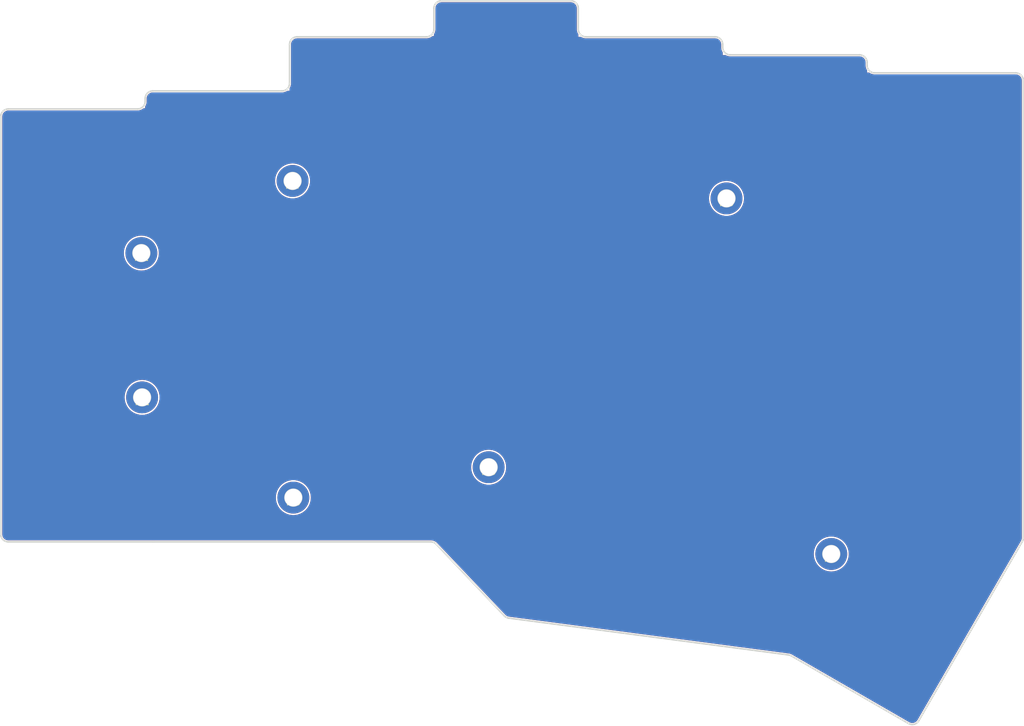
<source format=kicad_pcb>
(kicad_pcb (version 20211014) (generator pcbnew)
  (layers (0 "F.Cu" signal) (31 "B.Cu" signal) (34 "B.Paste" user) (35 "F.Paste" user) (36 "B.SilkS" user "B.Silkscreen") (37 "F.SilkS" user "F.Silkscreen") (38 "B.Mask" user) (39 "F.Mask" user) (44 "Edge.Cuts" user))
  (net 0 "")
  (footprint "kbd:M2_Hole_TH_mod" (layer "F.Cu") (at 71.621463 38.074367)
    (fp_text reference "H4" (at 0 0.5) (layer "F.SilkS"))
    (fp_text value "MountingHole")
    (fp_circle (center 0 0) (end 1.15 0) (layer "Edge.Cuts") (width 0.1) (fill none))
    (pad "" thru_hole circle (at 0 0) (size 4.2 4.2) (drill 2.3) (layers *.Cu *.Mask))
  )
  (footprint "kbd:M2_Hole_TH_mod" (layer "F.Cu") (at 142.507505 87.19918)
    (fp_text reference "H9" (at 0 0.5) (layer "F.SilkS"))
    (fp_text value "MountingHole")
    (fp_circle (center 0 0) (end 1.15 0) (layer "Edge.Cuts") (width 0.1) (fill none))
    (pad "" thru_hole circle (at 0 0) (size 4.2 4.2) (drill 2.3) (layers *.Cu *.Mask))
  )
  (footprint "kbd:M2_Hole_TH_mod" (layer "F.Cu") (at 51.821463 66.574367)
    (fp_text reference "H2" (at 0 0.5) (layer "F.SilkS"))
    (fp_text value "MountingHole")
    (fp_circle (center 0 0) (end 1.15 0) (layer "Edge.Cuts") (width 0.1) (fill none))
    (pad "" thru_hole circle (at 0 0) (size 4.2 4.2) (drill 2.3) (layers *.Cu *.Mask))
  )
  (footprint "kbd:M2_Hole_TH_mod" (layer "F.Cu") (at 128.721463 40.374367)
    (fp_text reference "H8" (at 0 0.5) (layer "F.SilkS"))
    (fp_text value "MountingHole")
    (fp_circle (center 0 0) (end 1.15 0) (layer "Edge.Cuts") (width 0.1) (fill none))
    (pad "" thru_hole circle (at 0 0) (size 4.2 4.2) (drill 2.3) (layers *.Cu *.Mask))
  )
  (footprint "kbd:M2_Hole_TH_mod" (layer "F.Cu") (at 97.421463 75.774367)
    (fp_text reference "H6" (at 0 0.5) (layer "F.SilkS"))
    (fp_text value "MountingHole")
    (fp_circle (center 0 0) (end 1.15 0) (layer "Edge.Cuts") (width 0.1) (fill none))
    (pad "" thru_hole circle (at 0 0) (size 4.2 4.2) (drill 2.3) (layers *.Cu *.Mask))
  )
  (footprint "kbd:M2_Hole_TH_mod" (layer "F.Cu") (at 51.721463 47.574367)
    (fp_text reference "H1" (at 0 0.5) (layer "F.SilkS"))
    (fp_text value "MountingHole")
    (fp_circle (center 0 0) (end 1.15 0) (layer "Edge.Cuts") (width 0.1) (fill none))
    (pad "" thru_hole circle (at 0 0) (size 4.2 4.2) (drill 2.3) (layers *.Cu *.Mask))
  )
  (footprint "kbd:M2_Hole_TH_mod" (layer "F.Cu") (at 71.721463 79.774367)
    (fp_text reference "H5" (at 0 0.5) (layer "F.SilkS"))
    (fp_text value "MountingHole")
    (fp_circle (center 0 0) (end 1.15 0) (layer "Edge.Cuts") (width 0.1) (fill none))
    (pad "" thru_hole circle (at 0 0) (size 4.2 4.2) (drill 2.3) (layers *.Cu *.Mask))
  )
  (gr_arc (start 154.028536 109.150633) (mid 153.42133 109.616559) (end 152.662511 109.516658) (layer "Edge.Cuts") (width 0.2))
  (gr_line (start 89.796623 85.599366) (end 53.221463 85.599366) (layer "Edge.Cuts") (width 0.2))
  (gr_line (start 109.221463 15.349368) (end 109.221463 18.099367) (layer "Edge.Cuts") (width 0.2))
  (gr_arc (start 89.796623 85.599367) (mid 90.187009 85.679623) (end 90.514076 85.907372) (layer "Edge.Cuts") (width 0.2))
  (gr_line (start 129.221463 21.474367) (end 146.221463 21.474368) (layer "Edge.Cuts") (width 0.2))
  (gr_arc (start 34.211068 85.599367) (mid 33.511312 85.309518) (end 33.221463 84.609762) (layer "Edge.Cuts") (width 0.2))
  (gr_line (start 148.221463 23.849368) (end 166.778537 23.849368) (layer "Edge.Cuts") (width 0.2))
  (gr_line (start 52.221463 27.599368) (end 52.221463 27.224367) (layer "Edge.Cuts") (width 0.2))
  (gr_arc (start 90.221463 15.349368) (mid 90.514356 14.642261) (end 91.221463 14.349368) (layer "Edge.Cuts") (width 0.2))
  (gr_line (start 72.221463 19.099367) (end 89.221463 19.099368) (layer "Edge.Cuts") (width 0.2))
  (gr_line (start 167.778537 24.849368) (end 167.778537 85.066985) (layer "Edge.Cuts") (width 0.2))
  (gr_arc (start 167.778537 85.066985) (mid 167.744463 85.325804) (end 167.644562 85.566985) (layer "Edge.Cuts") (width 0.2))
  (gr_line (start 53.221463 26.224368) (end 70.221463 26.224368) (layer "Edge.Cuts") (width 0.2))
  (gr_line (start 167.644562 85.566985) (end 154.028537 109.150633) (layer "Edge.Cuts") (width 0.2))
  (gr_line (start 33.221463 84.609762) (end 33.221463 41.849368) (layer "Edge.Cuts") (width 0.2))
  (gr_line (start 71.221463 25.224368) (end 71.221463 20.099368) (layer "Edge.Cuts") (width 0.2))
  (gr_line (start 33.221463 41.849368) (end 33.221464 29.599368) (layer "Edge.Cuts") (width 0.2))
  (gr_arc (start 127.221463 19.099367) (mid 127.92857 19.39226) (end 128.221463 20.099367) (layer "Edge.Cuts") (width 0.2))
  (gr_arc (start 148.221463 23.849368) (mid 147.514356 23.556475) (end 147.221463 22.849368) (layer "Edge.Cuts") (width 0.2))
  (gr_arc (start 129.221463 21.474367) (mid 128.514356 21.181474) (end 128.221463 20.474367) (layer "Edge.Cuts") (width 0.2))
  (gr_arc (start 108.221463 14.349368) (mid 108.92857 14.642261) (end 109.221463 15.349368) (layer "Edge.Cuts") (width 0.2))
  (gr_line (start 152.662511 109.516658) (end 137.244527 100.615081) (layer "Edge.Cuts") (width 0.2))
  (gr_line (start 147.221463 22.474368) (end 147.221463 22.849368) (layer "Edge.Cuts") (width 0.2))
  (gr_arc (start 71.221463 25.224368) (mid 70.92857 25.931475) (end 70.221463 26.224368) (layer "Edge.Cuts") (width 0.2))
  (gr_arc (start 52.221463 27.599368) (mid 51.928569 28.306474) (end 51.221463 28.599368) (layer "Edge.Cuts") (width 0.2))
  (gr_line (start 53.221463 85.599366) (end 34.211068 85.599366) (layer "Edge.Cuts") (width 0.2))
  (gr_line (start 110.221463 19.099367) (end 127.221463 19.099367) (layer "Edge.Cuts") (width 0.2))
  (gr_line (start 90.221463 18.099368) (end 90.221463 15.349368) (layer "Edge.Cuts") (width 0.2))
  (gr_line (start 128.221463 20.099367) (end 128.221463 20.474367) (layer "Edge.Cuts") (width 0.2))
  (gr_line (start 99.480311 95.345258) (end 90.514076 85.907372) (layer "Edge.Cuts") (width 0.2))
  (gr_arc (start 110.221462 19.099368) (mid 109.514356 18.806474) (end 109.221463 18.099367) (layer "Edge.Cuts") (width 0.2))
  (gr_arc (start 33.221464 29.599368) (mid 33.514357 28.892261) (end 34.221464 28.599368) (layer "Edge.Cuts") (width 0.2))
  (gr_arc (start 52.221463 27.224368) (mid 52.514356 26.517261) (end 53.221463 26.224368) (layer "Edge.Cuts") (width 0.2))
  (gr_arc (start 166.778537 23.849368) (mid 167.485644 24.142261) (end 167.778537 24.849368) (layer "Edge.Cuts") (width 0.2))
  (gr_line (start 91.221463 14.349368) (end 108.221463 14.349368) (layer "Edge.Cuts") (width 0.2))
  (gr_arc (start 136.878894 100.490965) (mid 137.067823 100.535017) (end 137.244527 100.615081) (layer "Edge.Cuts") (width 0.2))
  (gr_arc (start 146.221463 21.474368) (mid 146.92857 21.767261) (end 147.221463 22.474368) (layer "Edge.Cuts") (width 0.2))
  (gr_arc (start 90.221463 18.099368) (mid 89.92857 18.806475) (end 89.221463 19.099368) (layer "Edge.Cuts") (width 0.2))
  (gr_line (start 34.221464 28.599368) (end 51.221463 28.599368) (layer "Edge.Cuts") (width 0.2))
  (gr_line (start 136.878894 100.490965) (end 100.068595 95.644797) (layer "Edge.Cuts") (width 0.2))
  (gr_arc (start 71.221462 20.099368) (mid 71.514356 19.392261) (end 72.221463 19.099367) (layer "Edge.Cuts") (width 0.2))
  (gr_arc (start 100.068595 95.644797) (mid 99.748739 95.545528) (end 99.480311 95.345258) (layer "Edge.Cuts") (width 0.2))
  (zone (net 0) (net_name "") (layers F&B.Cu) (priority 1) (connect_pads (clearance 0.2)) (min_thickness 0.25) (fill yes (thermal_gap 0.5) (thermal_bridge_width 0.5))
    (polygon (pts (xy 109.221463 19.104952) (xy 128.221463 19.104952) (xy 128.221463 21.504952) (xy 147.221463 21.504952) (xy 147.221463 23.804952) (xy 167.721463 23.804952) (xy 167.821463 85.204952) (xy 153.421463 109.904952) (xy 137.021463 100.504952) (xy 99.721463 95.504952) (xy 90.121463 85.504952) (xy 33.221463 85.604952) (xy 33.221463 28.504952) (xy 52.221463 28.504952) (xy 52.221463 26.204952) (xy 71.221463 26.204952) (xy 71.221463 19.004952) (xy 90.221463 19.004952) (xy 90.221463 14.304952) (xy 109.221463 14.304952)))
  )
)
</source>
